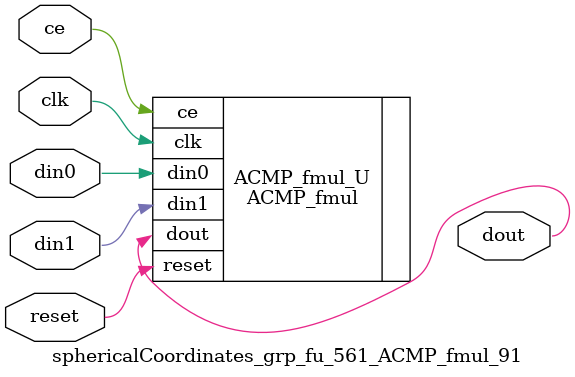
<source format=v>

`timescale 1 ns / 1 ps
module sphericalCoordinates_grp_fu_561_ACMP_fmul_91(
    clk,
    reset,
    ce,
    din0,
    din1,
    dout);

parameter ID = 32'd1;
parameter NUM_STAGE = 32'd1;
parameter din0_WIDTH = 32'd1;
parameter din1_WIDTH = 32'd1;
parameter dout_WIDTH = 32'd1;
input clk;
input reset;
input ce;
input[din0_WIDTH - 1:0] din0;
input[din1_WIDTH - 1:0] din1;
output[dout_WIDTH - 1:0] dout;



ACMP_fmul #(
.ID( ID ),
.NUM_STAGE( 4 ),
.din0_WIDTH( din0_WIDTH ),
.din1_WIDTH( din1_WIDTH ),
.dout_WIDTH( dout_WIDTH ))
ACMP_fmul_U(
    .clk( clk ),
    .reset( reset ),
    .ce( ce ),
    .din0( din0 ),
    .din1( din1 ),
    .dout( dout ));

endmodule

</source>
